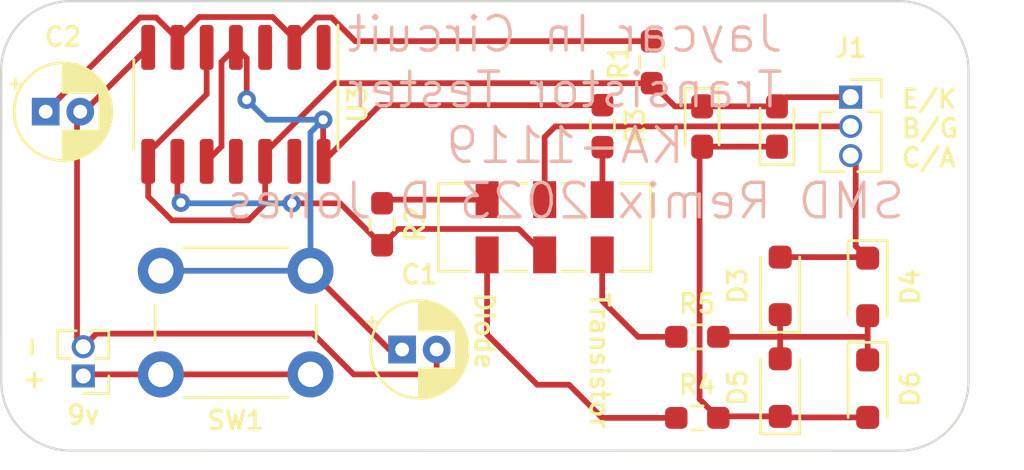
<source format=kicad_pcb>
(kicad_pcb (version 20221018) (generator pcbnew)
  (layers (0 "F.Cu" signal) (31 "B.Cu" signal) (34 "B.Paste" user) (35 "F.Paste" user) (36 "B.SilkS" user "B.Silkscreen") (37 "F.SilkS" user "F.Silkscreen") (38 "B.Mask" user) (39 "F.Mask" user) (44 "Edge.Cuts" user))
  (net 0 "")
  (net 1 "Net-(D1-K)")
  (net 2 "Net-(D1-A)")
  (net 3 "Net-(D3-K)")
  (net 4 "Net-(D3-A)")
  (net 5 "Net-(J1-Pin_2)")
  (net 6 "Net-(U3A-THR)")
  (net 7 "Net-(U3A-R)")
  (net 10 "Net-(BT1--)")
  (net 13 "Net-(BT1-+)")
  (net 14 "Net-(SW2B-A)")
  (net 15 "Net-(SW2A-B)")
  (net 16 "Net-(SW2B-C)")
  (net 17 "Net-(SW2A-C)")
  (net 18 "Net-(SW2A-A)")
  (footprint "Diode_SMD:D_SOD-323_HandSoldering" (layer "F.Cu") (at 198.34 96.6025 -90)
    (fp_text reference "D4" (at 0 -1.85 90 unlocked) (layer "F.SilkS") (effects (font (size 0.8 0.8))))
    (fp_text value "1N4148")
    (fp_line (start -2.01 -0.85) (end -2.01 0.85) (stroke (width 0.12)) (layer "F.SilkS"))
    (fp_line (start -2.01 -0.85) (end 1.25 -0.85) (stroke (width 0.12)) (layer "F.SilkS"))
    (fp_line (start -2.01 0.85) (end 1.25 0.85) (stroke (width 0.12)) (layer "F.SilkS"))
    (pad "1" smd roundrect (at -1.25 0 270) (size 1 1) (layers "F.Cu" "F.Paste" "F.Mask") (net 4 "Net-(D3-A)"))
    (pad "2" smd roundrect (at 1.25 0 270) (size 1 1) (layers "F.Cu" "F.Paste" "F.Mask") (net 3 "Net-(D3-K)"))
  )
  (footprint "Button_Switch_THT:SW_PUSH_6mm" (layer "F.Cu") (at 174.14 100.4 180)
    (fp_text reference "SW1" (at 3.25 -2 unlocked) (layer "F.SilkS") (effects (font (size 0.8 0.8))))
    (fp_text value "SW_PUSH")
    (fp_line (start -0.25 1.5) (end -0.25 3) (stroke (width 0.12)) (layer "F.SilkS"))
    (fp_line (start 1 5.5) (end 5.5 5.5) (stroke (width 0.12)) (layer "F.SilkS"))
    (fp_line (start 5.5 -1) (end 1 -1) (stroke (width 0.12)) (layer "F.SilkS"))
    (fp_line (start 6.75 3) (end 6.75 1.5) (stroke (width 0.12)) (layer "F.SilkS"))
    (pad "1" thru_hole circle (at 0 0 270) (size 2 2) (drill 1.1) (layers "*.Cu" "*.Mask") (net 13 "Net-(BT1-+)"))
    (pad "1" thru_hole circle (at 6.5 0 270) (size 2 2) (drill 1.1) (layers "*.Cu" "*.Mask") (net 13 "Net-(BT1-+)"))
    (pad "2" thru_hole circle (at 0 4.5 270) (size 2 2) (drill 1.1) (layers "*.Cu" "*.Mask") (net 7 "Net-(U3A-R)"))
    (pad "2" thru_hole circle (at 6.5 4.5 270) (size 2 2) (drill 1.1) (layers "*.Cu" "*.Mask") (net 7 "Net-(U3A-R)"))
  )
  (footprint "Resistor_SMD:R_0603_1608Metric_Pad0.98x0.95mm_HandSolder" (layer "F.Cu") (at 190.94 98.77)
    (fp_text reference "R5" (at 0 -1.43 unlocked) (layer "F.SilkS") (effects (font (size 0.8 0.8))))
    (fp_text value "150")
    (fp_line (start -0.254724 -0.5225) (end 0.254724 -0.5225) (stroke (width 0.12)) (layer "F.SilkS"))
    (fp_line (start -0.254724 0.5225) (end 0.254724 0.5225) (stroke (width 0.12)) (layer "F.SilkS"))
    (pad "1" smd roundrect (at -0.9125 0) (size 0.975 0.95) (layers "F.Cu" "F.Paste" "F.Mask") (net 18 "Net-(SW2A-A)"))
    (pad "2" smd roundrect (at 0.9125 0) (size 0.975 0.95) (layers "F.Cu" "F.Paste" "F.Mask") (net 3 "Net-(D3-K)"))
  )
  (footprint "Connector_PinSocket_1.27mm:PinSocket_1x03_P1.27mm_Vertical" (layer "F.Cu") (at 197.6 88.36)
    (fp_text reference "J1" (at 0 -2.135 unlocked) (layer "F.SilkS") (effects (font (size 0.8 0.8))))
    (fp_text value "Conn_01x03_Socket")
    (fp_line (start -1.33 0.635) (end -1.33 3.235) (stroke (width 0.12)) (layer "F.SilkS"))
    (fp_line (start -1.33 0.635) (end -0.76 0.635) (stroke (width 0.12)) (layer "F.SilkS"))
    (fp_line (start -1.33 3.235) (end -0.30753 3.235) (stroke (width 0.12)) (layer "F.SilkS"))
    (fp_line (start 0 -0.76) (end 1.33 -0.76) (stroke (width 0.12)) (layer "F.SilkS"))
    (fp_line (start 0.30753 3.235) (end 1.33 3.235) (stroke (width 0.12)) (layer "F.SilkS"))
    (fp_line (start 0.76 0.635) (end 1.33 0.635) (stroke (width 0.12)) (layer "F.SilkS"))
    (fp_line (start 1.33 -0.76) (end 1.33 0) (stroke (width 0.12)) (layer "F.SilkS"))
    (fp_line (start 1.33 0.635) (end 1.33 3.235) (stroke (width 0.12)) (layer "F.SilkS"))
    (pad "1" thru_hole rect (at 0 0) (size 1 1) (drill 0.7) (layers "*.Cu" "*.Mask") (net 1 "Net-(D1-K)"))
    (pad "2" thru_hole oval (at 0 1.27) (size 1 1) (drill 0.7) (layers "*.Cu" "*.Mask") (net 5 "Net-(J1-Pin_2)"))
    (pad "3" thru_hole oval (at 0 2.54) (size 1 1) (drill 0.7) (layers "*.Cu" "*.Mask") (net 4 "Net-(D3-A)"))
  )
  (footprint "LED_SMD:LED_0603_1608Metric_Pad1.05x0.95mm_HandSolder" (layer "F.Cu") (at 194.4 89.635 90)
    (fp_text reference "D2" hide)
    (fp_text value "LED")
    (fp_line (start -1.66 -0.735) (end -1.66 0.735) (stroke (width 0.12)) (layer "F.SilkS"))
    (fp_line (start -1.66 0.735) (end 0.8 0.735) (stroke (width 0.12)) (layer "F.SilkS"))
    (fp_line (start 0.8 -0.735) (end -1.66 -0.735) (stroke (width 0.12)) (layer "F.SilkS"))
    (pad "1" smd roundrect (at -0.875 0 90) (size 1.05 0.95) (layers "F.Cu" "F.Paste" "F.Mask") (net 2 "Net-(D1-A)"))
    (pad "2" smd roundrect (at 0.875 0 90) (size 1.05 0.95) (layers "F.Cu" "F.Paste" "F.Mask") (net 1 "Net-(D1-K)"))
  )
  (footprint "LED_SMD:LED_0603_1608Metric_Pad1.05x0.95mm_HandSolder" (layer "F.Cu") (at 191.15 89.635 -90)
    (fp_text reference "D1" hide)
    (fp_text value "LED")
    (fp_line (start -1.66 -0.735) (end -1.66 0.735) (stroke (width 0.12)) (layer "F.SilkS"))
    (fp_line (start -1.66 0.735) (end 0.8 0.735) (stroke (width 0.12)) (layer "F.SilkS"))
    (fp_line (start 0.8 -0.735) (end -1.66 -0.735) (stroke (width 0.12)) (layer "F.SilkS"))
    (pad "1" smd roundrect (at -0.875 0 270) (size 1.05 0.95) (layers "F.Cu" "F.Paste" "F.Mask") (net 1 "Net-(D1-K)"))
    (pad "2" smd roundrect (at 0.875 0 270) (size 1.05 0.95) (layers "F.Cu" "F.Paste" "F.Mask") (net 2 "Net-(D1-A)"))
  )
  (footprint "Capacitor_THT:CP_Radial_D4.0mm_P1.50mm" (layer "F.Cu") (at 162.64 88.99)
    (fp_text reference "C2" (at 0.75 -3.25 unlocked) (layer "F.SilkS") (effects (font (size 0.8 0.8))))
    (fp_text value "c=\"1\"")
    (fp_line (start -1.519801 -1.195) (end -1.119801 -1.195) (stroke (width 0.12)) (layer "F.SilkS"))
    (fp_line (start -1.319801 -1.395) (end -1.319801 -0.995) (stroke (width 0.12)) (layer "F.SilkS"))
    (fp_line (start 0.75 -2.08) (end 0.75 -0.84) (stroke (width 0.12)) (layer "F.SilkS"))
    (fp_line (start 0.75 0.84) (end 0.75 2.08) (stroke (width 0.12)) (layer "F.SilkS"))
    (fp_line (start 0.79 -2.08) (end 0.79 -0.84) (stroke (width 0.12)) (layer "F.SilkS"))
    (fp_line (start 0.79 0.84) (end 0.79 2.08) (stroke (width 0.12)) (layer "F.SilkS"))
    (fp_line (start 0.83 -2.079) (end 0.83 -0.84) (stroke (width 0.12)) (layer "F.SilkS"))
    (fp_line (start 0.83 0.84) (end 0.83 2.079) (stroke (width 0.12)) (layer "F.SilkS"))
    (fp_line (start 0.87 -2.077) (end 0.87 -0.84) (stroke (width 0.12)) (layer "F.SilkS"))
    (fp_line (start 0.87 0.84) (end 0.87 2.077) (stroke (width 0.12)) (layer "F.SilkS"))
    (fp_line (start 0.91 -2.074) (end 0.91 -0.84) (stroke (width 0.12)) (layer "F.SilkS"))
    (fp_line (start 0.91 0.84) (end 0.91 2.074) (stroke (width 0.12)) (layer "F.SilkS"))
    (fp_line (start 0.95 -2.071) (end 0.95 -0.84) (stroke (width 0.12)) (layer "F.SilkS"))
    (fp_line (start 0.95 0.84) (end 0.95 2.071) (stroke (width 0.12)) (layer "F.SilkS"))
    (fp_line (start 0.99 -2.067) (end 0.99 -0.84) (stroke (width 0.12)) (layer "F.SilkS"))
    (fp_line (start 0.99 0.84) (end 0.99 2.067) (stroke (width 0.12)) (layer "F.SilkS"))
    (fp_line (start 1.03 -2.062) (end 1.03 -0.84) (stroke (width 0.12)) (layer "F.SilkS"))
    (fp_line (start 1.03 0.84) (end 1.03 2.062) (stroke (width 0.12)) (layer "F.SilkS"))
    (fp_line (start 1.07 -2.056) (end 1.07 -0.84) (stroke (width 0.12)) (layer "F.SilkS"))
    (fp_line (start 1.07 0.84) (end 1.07 2.056) (stroke (width 0.12)) (layer "F.SilkS"))
    (fp_line (start 1.11 -2.05) (end 1.11 -0.84) (stroke (width 0.12)) (layer "F.SilkS"))
    (fp_line (start 1.11 0.84) (end 1.11 2.05) (stroke (width 0.12)) (layer "F.SilkS"))
    (fp_line (start 1.15 -2.042) (end 1.15 -0.84) (stroke (width 0.12)) (layer "F.SilkS"))
    (fp_line (start 1.15 0.84) (end 1.15 2.042) (stroke (width 0.12)) (layer "F.SilkS"))
    (fp_line (start 1.19 -2.034) (end 1.19 -0.84) (stroke (width 0.12)) (layer "F.SilkS"))
    (fp_line (start 1.19 0.84) (end 1.19 2.034) (stroke (width 0.12)) (layer "F.SilkS"))
    (fp_line (start 1.23 -2.025) (end 1.23 -0.84) (stroke (width 0.12)) (layer "F.SilkS"))
    (fp_line (start 1.23 0.84) (end 1.23 2.025) (stroke (width 0.12)) (layer "F.SilkS"))
    (fp_line (start 1.27 -2.016) (end 1.27 -0.84) (stroke (width 0.12)) (layer "F.SilkS"))
    (fp_line (start 1.27 0.84) (end 1.27 2.016) (stroke (width 0.12)) (layer "F.SilkS"))
    (fp_line (start 1.31 -2.005) (end 1.31 -0.84) (stroke (width 0.12)) (layer "F.SilkS"))
    (fp_line (start 1.31 0.84) (end 1.31 2.005) (stroke (width 0.12)) (layer "F.SilkS"))
    (fp_line (start 1.35 -1.994) (end 1.35 -0.84) (stroke (width 0.12)) (layer "F.SilkS"))
    (fp_line (start 1.35 0.84) (end 1.35 1.994) (stroke (width 0.12)) (layer "F.SilkS"))
    (fp_line (start 1.39 -1.982) (end 1.39 -0.84) (stroke (width 0.12)) (layer "F.SilkS"))
    (fp_line (start 1.39 0.84) (end 1.39 1.982) (stroke (width 0.12)) (layer "F.SilkS"))
    (fp_line (start 1.43 -1.968) (end 1.43 -0.84) (stroke (width 0.12)) (layer "F.SilkS"))
    (fp_line (start 1.43 0.84) (end 1.43 1.968) (stroke (width 0.12)) (layer "F.SilkS"))
    (fp_line (start 1.471 -1.954) (end 1.471 -0.84) (stroke (width 0.12)) (layer "F.SilkS"))
    (fp_line (start 1.471 0.84) (end 1.471 1.954) (stroke (width 0.12)) (layer "F.SilkS"))
    (fp_line (start 1.511 -1.94) (end 1.511 -0.84) (stroke (width 0.12)) (layer "F.SilkS"))
    (fp_line (start 1.511 0.84) (end 1.511 1.94) (stroke (width 0.12)) (layer "F.SilkS"))
    (fp_line (start 1.551 -1.924) (end 1.551 -0.84) (stroke (width 0.12)) (layer "F.SilkS"))
    (fp_line (start 1.551 0.84) (end 1.551 1.924) (stroke (width 0.12)) (layer "F.SilkS"))
    (fp_line (start 1.591 -1.907) (end 1.591 -0.84) (stroke (width 0.12)) (layer "F.SilkS"))
    (fp_line (start 1.591 0.84) (end 1.591 1.907) (stroke (width 0.12)) (layer "F.SilkS"))
    (fp_line (start 1.631 -1.889) (end 1.631 -0.84) (stroke (width 0.12)) (layer "F.SilkS"))
    (fp_line (start 1.631 0.84) (end 1.631 1.889) (stroke (width 0.12)) (layer "F.SilkS"))
    (fp_line (start 1.671 -1.87) (end 1.671 -0.84) (stroke (width 0.12)) (layer "F.SilkS"))
    (fp_line (start 1.671 0.84) (end 1.671 1.87) (stroke (width 0.12)) (layer "F.SilkS"))
    (fp_line (start 1.711 -1.851) (end 1.711 -0.84) (stroke (width 0.12)) (layer "F.SilkS"))
    (fp_line (start 1.711 0.84) (end 1.711 1.851) (stroke (width 0.12)) (layer "F.SilkS"))
    (fp_line (start 1.751 -1.83) (end 1.751 -0.84) (stroke (width 0.12)) (layer "F.SilkS"))
    (fp_line (start 1.751 0.84) (end 1.751 1.83) (stroke (width 0.12)) (layer "F.SilkS"))
    (fp_line (start 1.791 -1.808) (end 1.791 -0.84) (stroke (width 0.12)) (layer "F.SilkS"))
    (fp_line (start 1.791 0.84) (end 1.791 1.808) (stroke (width 0.12)) (layer "F.SilkS"))
    (fp_line (start 1.831 -1.785) (end 1.831 -0.84) (stroke (width 0.12)) (layer "F.SilkS"))
    (fp_line (start 1.831 0.84) (end 1.831 1.785) (stroke (width 0.12)) (layer "F.SilkS"))
    (fp_line (start 1.871 -1.76) (end 1.871 -0.84) (stroke (width 0.12)) (layer "F.SilkS"))
    (fp_line (start 1.871 0.84) (end 1.871 1.76) (stroke (width 0.12)) (layer "F.SilkS"))
    (fp_line (start 1.911 -1.735) (end 1.911 -0.84) (stroke (width 0.12)) (layer "F.SilkS"))
    (fp_line (start 1.911 0.84) (end 1.911 1.735) (stroke (width 0.12)) (layer "F.SilkS"))
    (fp_line (start 1.951 -1.708) (end 1.951 -0.84) (stroke (width 0.12)) (layer "F.SilkS"))
    (fp_line (start 1.951 0.84) (end 1.951 1.708) (stroke (width 0.12)) (layer "F.SilkS"))
    (fp_line (start 1.991 -1.68) (end 1.991 -0.84) (stroke (width 0.12)) (layer "F.SilkS"))
    (fp_line (start 1.991 0.84) (end 1.991 1.68) (stroke (width 0.12)) (layer "F.SilkS"))
    (fp_line (start 2.031 -1.65) (end 2.031 -0.84) (stroke (width 0.12)) (layer "F.SilkS"))
    (fp_line (start 2.031 0.84) (end 2.031 1.65) (stroke (width 0.12)) (layer "F.SilkS"))
    (fp_line (start 2.071 -1.619) (end 2.071 -0.84) (stroke (width 0.12)) (layer "F.SilkS"))
    (fp_line (start 2.071 0.84) (end 2.071 1.619) (stroke (width 0.12)) (layer "F.SilkS"))
    (fp_line (start 2.111 -1.587) (end 2.111 -0.84) (stroke (width 0.12)) (layer "F.SilkS"))
    (fp_line (start 2.111 0.84) (end 2.111 1.587) (stroke (width 0.12)) (layer "F.SilkS"))
    (fp_line (start 2.151 -1.552) (end 2.151 -0.84) (stroke (width 0.12)) (layer "F.SilkS"))
    (fp_line (start 2.151 0.84) (end 2.151 1.552) (stroke (width 0.12)) (layer "F.SilkS"))
    (fp_line (start 2.191 -1.516) (end 2.191 -0.84) (stroke (width 0.12)) (layer "F.SilkS"))
    (fp_line (start 2.191 0.84) (end 2.191 1.516) (stroke (width 0.12)) (layer "F.SilkS"))
    (fp_line (start 2.231 -1.478) (end 2.231 -0.84) (stroke (width 0.12)) (layer "F.SilkS"))
    (fp_line (start 2.231 0.84) (end 2.231 1.478) (stroke (width 0.12)) (layer "F.SilkS"))
    (fp_line (start 2.271 -1.438) (end 2.271 -0.84) (stroke (width 0.12)) (layer "F.SilkS"))
    (fp_line (start 2.271 0.84) (end 2.271 1.438) (stroke (width 0.12)) (layer "F.SilkS"))
    (fp_line (start 2.311 -1.396) (end 2.311 -0.84) (stroke (width 0.12)) (layer "F.SilkS"))
    (fp_line (start 2.311 0.84) (end 2.311 1.396) (stroke (width 0.12)) (layer "F.SilkS"))
    (fp_line (start 2.351 -1.351) (end 2.351 1.351) (stroke (width 0.12)) (layer "F.SilkS"))
    (fp_line (start 2.391 -1.304) (end 2.391 1.304) (stroke (width 0.12)) (layer "F.SilkS"))
    (fp_line (start 2.431 -1.254) (end 2.431 1.254) (stroke (width 0.12)) (layer "F.SilkS"))
    (fp_line (start 2.471 -1.2) (end 2.471 1.2) (stroke (width 0.12)) (layer "F.SilkS"))
    (fp_line (start 2.511 -1.142) (end 2.511 1.142) (stroke (width 0.12)) (layer "F.SilkS"))
    (fp_line (start 2.551 -1.08) (end 2.551 1.08) (stroke (width 0.12)) (layer "F.SilkS"))
    (fp_line (start 2.591 -1.013) (end 2.591 1.013) (stroke (width 0.12)) (layer "F.SilkS"))
    (fp_line (start 2.631 -0.94) (end 2.631 0.94) (stroke (width 0.12)) (layer "F.SilkS"))
    (fp_line (start 2.671 -0.859) (end 2.671 0.859) (stroke (width 0.12)) (layer "F.SilkS"))
    (fp_line (start 2.711 -0.768) (end 2.711 0.768) (stroke (width 0.12)) (layer "F.SilkS"))
    (fp_line (start 2.751 -0.664) (end 2.751 0.664) (stroke (width 0.12)) (layer "F.SilkS"))
    (fp_line (start 2.791 -0.537) (end 2.791 0.537) (stroke (width 0.12)) (layer "F.SilkS"))
    (fp_line (start 2.831 -0.37) (end 2.831 0.37) (stroke (width 0.12)) (layer "F.SilkS"))
    (fp_circle (center 0.75 0) (end 2.87 0) (stroke (width 0.12)) (fill none) (layer "F.SilkS"))
    (pad "1" thru_hole rect (at 0 0) (size 1.2 1.2) (drill 0.6) (layers "*.Cu" "*.Mask") (net 6 "Net-(U3A-THR)"))
    (pad "2" thru_hole circle (at 1.5 0) (size 1.2 1.2) (drill 0.6) (layers "*.Cu" "*.Mask") (net 10 "Net-(BT1--)"))
  )
  (footprint "Diode_SMD:D_SOD-323_HandSoldering" (layer "F.Cu") (at 194.54 100.975 90)
    (fp_text reference "D5" (at 0 -1.85 90 unlocked) (layer "F.SilkS") (effects (font (size 0.8 0.8))))
    (fp_text value "1N4148")
    (fp_line (start -2.01 -0.85) (end -2.01 0.85) (stroke (width 0.12)) (layer "F.SilkS"))
    (fp_line (start -2.01 -0.85) (end 1.25 -0.85) (stroke (width 0.12)) (layer "F.SilkS"))
    (fp_line (start -2.01 0.85) (end 1.25 0.85) (stroke (width 0.12)) (layer "F.SilkS"))
    (pad "1" smd roundrect (at -1.25 0 90) (size 1 1) (layers "F.Cu" "F.Paste" "F.Mask") (net 2 "Net-(D1-A)"))
    (pad "2" smd roundrect (at 1.25 0 90) (size 1 1) (layers "F.Cu" "F.Paste" "F.Mask") (net 3 "Net-(D3-K)"))
  )
  (footprint "Resistor_SMD:R_0603_1608Metric_Pad0.98x0.95mm_HandSolder" (layer "F.Cu") (at 190.94 102.29)
    (fp_text reference "R4" (at 0 -1.43 unlocked) (layer "F.SilkS") (effects (font (size 0.8 0.8))))
    (fp_text value "470")
    (fp_line (start -0.254724 -0.5225) (end 0.254724 -0.5225) (stroke (width 0.12)) (layer "F.SilkS"))
    (fp_line (start -0.254724 0.5225) (end 0.254724 0.5225) (stroke (width 0.12)) (layer "F.SilkS"))
    (pad "1" smd roundrect (at -0.9125 0) (size 0.975 0.95) (layers "F.Cu" "F.Paste" "F.Mask") (net 17 "Net-(SW2A-C)"))
    (pad "2" smd roundrect (at 0.9125 0) (size 0.975 0.95) (layers "F.Cu" "F.Paste" "F.Mask") (net 2 "Net-(D1-A)"))
  )
  (footprint "Diode_SMD:D_SOD-323_HandSoldering" (layer "F.Cu") (at 194.54 96.5575 90)
    (fp_text reference "D3" (at 0 -1.85 90 unlocked) (layer "F.SilkS") (effects (font (size 0.8 0.8))))
    (fp_text value "1N4148")
    (fp_line (start -2.01 -0.85) (end -2.01 0.85) (stroke (width 0.12)) (layer "F.SilkS"))
    (fp_line (start -2.01 -0.85) (end 1.25 -0.85) (stroke (width 0.12)) (layer "F.SilkS"))
    (fp_line (start -2.01 0.85) (end 1.25 0.85) (stroke (width 0.12)) (layer "F.SilkS"))
    (pad "1" smd roundrect (at -1.25 0 90) (size 1 1) (layers "F.Cu" "F.Paste" "F.Mask") (net 3 "Net-(D3-K)"))
    (pad "2" smd roundrect (at 1.25 0 90) (size 1 1) (layers "F.Cu" "F.Paste" "F.Mask") (net 4 "Net-(D3-A)"))
  )
  (footprint "Package_SO:SOIC-14_3.9x8.7mm_P1.27mm" (layer "F.Cu") (at 170.9 88.675 -90)
    (fp_text reference "U3" (at 0 -5.28 90 unlocked) (layer "F.SilkS") (effects (font (size 0.8 0.8))))
    (fp_text value "NA556")
    (fp_line (start 0 -4.435) (end -3.45 -4.435) (stroke (width 0.12)) (layer "F.SilkS"))
    (fp_line (start 0 -4.435) (end 1.95 -4.435) (stroke (width 0.12)) (layer "F.SilkS"))
    (fp_line (start 0 4.435) (end -1.95 4.435) (stroke (width 0.12)) (layer "F.SilkS"))
    (fp_line (start 0 4.435) (end 1.95 4.435) (stroke (width 0.12)) (layer "F.SilkS"))
    (pad "1" smd roundrect (at -2.475 -3.81 270) (size 1.95 0.6) (layers "F.Cu" "F.Paste" "F.Mask"))
    (pad "2" smd roundrect (at -2.475 -2.54 270) (size 1.95 0.6) (layers "F.Cu" "F.Paste" "F.Mask") (net 6 "Net-(U3A-THR)"))
    (pad "3" smd roundrect (at -2.475 -1.27 270) (size 1.95 0.6) (layers "F.Cu" "F.Paste" "F.Mask"))
    (pad "4" smd roundrect (at -2.475 0 270) (size 1.95 0.6) (layers "F.Cu" "F.Paste" "F.Mask") (net 7 "Net-(U3A-R)"))
    (pad "5" smd roundrect (at -2.475 1.27 270) (size 1.95 0.6) (layers "F.Cu" "F.Paste" "F.Mask") (net 1 "Net-(D1-K)"))
    (pad "6" smd roundrect (at -2.475 2.54 270) (size 1.95 0.6) (layers "F.Cu" "F.Paste" "F.Mask") (net 6 "Net-(U3A-THR)"))
    (pad "7" smd roundrect (at -2.475 3.81 270) (size 1.95 0.6) (layers "F.Cu" "F.Paste" "F.Mask") (net 10 "Net-(BT1--)"))
    (pad "8" smd roundrect (at 2.475 3.81 270) (size 1.95 0.6) (layers "F.Cu" "F.Paste" "F.Mask") (net 1 "Net-(D1-K)"))
    (pad "9" smd roundrect (at 2.475 2.54 270) (size 1.95 0.6) (layers "F.Cu" "F.Paste" "F.Mask") (net 15 "Net-(SW2A-B)"))
    (pad "10" smd roundrect (at 2.475 1.27 270) (size 1.95 0.6) (layers "F.Cu" "F.Paste" "F.Mask") (net 7 "Net-(U3A-R)"))
    (pad "11" smd roundrect (at 2.475 0 270) (size 1.95 0.6) (layers "F.Cu" "F.Paste" "F.Mask"))
    (pad "12" smd roundrect (at 2.475 -1.27 270) (size 1.95 0.6) (layers "F.Cu" "F.Paste" "F.Mask") (net 1 "Net-(D1-K)"))
    (pad "13" smd roundrect (at 2.475 -2.54 270) (size 1.95 0.6) (layers "F.Cu" "F.Paste" "F.Mask"))
    (pad "14" smd roundrect (at 2.475 -3.81 270) (size 1.95 0.6) (layers "F.Cu" "F.Paste" "F.Mask") (net 7 "Net-(U3A-R)"))
  )
  (footprint "Capacitor_THT:CP_Radial_D4.0mm_P1.50mm" (layer "F.Cu") (at 178.12 99.32)
    (fp_text reference "C1" (at 0.75 -3.25 unlocked) (layer "F.SilkS") (effects (font (size 0.8 0.8))))
    (fp_text value "c=\"10\"")
    (fp_line (start -1.519801 -1.195) (end -1.119801 -1.195) (stroke (width 0.12)) (layer "F.SilkS"))
    (fp_line (start -1.319801 -1.395) (end -1.319801 -0.995) (stroke (width 0.12)) (layer "F.SilkS"))
    (fp_line (start 0.75 -2.08) (end 0.75 -0.84) (stroke (width 0.12)) (layer "F.SilkS"))
    (fp_line (start 0.75 0.84) (end 0.75 2.08) (stroke (width 0.12)) (layer "F.SilkS"))
    (fp_line (start 0.79 -2.08) (end 0.79 -0.84) (stroke (width 0.12)) (layer "F.SilkS"))
    (fp_line (start 0.79 0.84) (end 0.79 2.08) (stroke (width 0.12)) (layer "F.SilkS"))
    (fp_line (start 0.83 -2.079) (end 0.83 -0.84) (stroke (width 0.12)) (layer "F.SilkS"))
    (fp_line (start 0.83 0.84) (end 0.83 2.079) (stroke (width 0.12)) (layer "F.SilkS"))
    (fp_line (start 0.87 -2.077) (end 0.87 -0.84) (stroke (width 0.12)) (layer "F.SilkS"))
    (fp_line (start 0.87 0.84) (end 0.87 2.077) (stroke (width 0.12)) (layer "F.SilkS"))
    (fp_line (start 0.91 -2.074) (end 0.91 -0.84) (stroke (width 0.12)) (layer "F.SilkS"))
    (fp_line (start 0.91 0.84) (end 0.91 2.074) (stroke (width 0.12)) (layer "F.SilkS"))
    (fp_line (start 0.95 -2.071) (end 0.95 -0.84) (stroke (width 0.12)) (layer "F.SilkS"))
    (fp_line (start 0.95 0.84) (end 0.95 2.071) (stroke (width 0.12)) (layer "F.SilkS"))
    (fp_line (start 0.99 -2.067) (end 0.99 -0.84) (stroke (width 0.12)) (layer "F.SilkS"))
    (fp_line (start 0.99 0.84) (end 0.99 2.067) (stroke (width 0.12)) (layer "F.SilkS"))
    (fp_line (start 1.03 -2.062) (end 1.03 -0.84) (stroke (width 0.12)) (layer "F.SilkS"))
    (fp_line (start 1.03 0.84) (end 1.03 2.062) (stroke (width 0.12)) (layer "F.SilkS"))
    (fp_line (start 1.07 -2.056) (end 1.07 -0.84) (stroke (width 0.12)) (layer "F.SilkS"))
    (fp_line (start 1.07 0.84) (end 1.07 2.056) (stroke (width 0.12)) (layer "F.SilkS"))
    (fp_line (start 1.11 -2.05) (end 1.11 -0.84) (stroke (width 0.12)) (layer "F.SilkS"))
    (fp_line (start 1.11 0.84) (end 1.11 2.05) (stroke (width 0.12)) (layer "F.SilkS"))
    (fp_line (start 1.15 -2.042) (end 1.15 -0.84) (stroke (width 0.12)) (layer "F.SilkS"))
    (fp_line (start 1.15 0.84) (end 1.15 2.042) (stroke (width 0.12)) (layer "F.SilkS"))
    (fp_line (start 1.19 -2.034) (end 1.19 -0.84) (stroke (width 0.12)) (layer "F.SilkS"))
    (fp_line (start 1.19 0.84) (end 1.19 2.034) (stroke (width 0.12)) (layer "F.SilkS"))
    (fp_line (start 1.23 -2.025) (end 1.23 -0.84) (stroke (width 0.12)) (layer "F.SilkS"))
    (fp_line (start 1.23 0.84) (end 1.23 2.025) (stroke (width 0.12)) (layer "F.SilkS"))
    (fp_line (start 1.27 -2.016) (end 1.27 -0.84) (stroke (width 0.12)) (layer "F.SilkS"))
    (fp_line (start 1.27 0.84) (end 1.27 2.016) (stroke (width 0.12)) (layer "F.SilkS"))
    (fp_line (start 1.31 -2.005) (end 1.31 -0.84) (stroke (width 0.12)) (layer "F.SilkS"))
    (fp_line (start 1.31 0.84) (end 1.31 2.005) (stroke (width 0.12)) (layer "F.SilkS"))
    (fp_line (start 1.35 -1.994) (end 1.35 -0.84) (stroke (width 0.12)) (layer "F.SilkS"))
    (fp_line (start 1.35 0.84) (end 1.35 1.994) (stroke (width 0.12)) (layer "F.SilkS"))
    (fp_line (start 1.39 -1.982) (end 1.39 -0.84) (stroke (width 0.12)) (layer "F.SilkS"))
    (fp_line (start 1.39 0.84) (end 1.39 1.982) (stroke (width 0.12)) (layer "F.SilkS"))
    (fp_line (start 1.43 -1.968) (end 1.43 -0.84) (stroke (width 0.12)) (layer "F.SilkS"))
    (fp_line (start 1.43 0.84) (end 1.43 1.968) (stroke (width 0.12)) (layer "F.SilkS"))
    (fp_line (start 1.471 -1.954) (end 1.471 -0.84) (stroke (width 0.12)) (layer "F.SilkS"))
    (fp_line (start 1.471 0.84) (end 1.471 1.954) (stroke (width 0.12)) (layer "F.SilkS"))
    (fp_line (start 1.511 -1.94) (end 1.511 -0.84) (stroke (width 0.12)) (layer "F.SilkS"))
    (fp_line (start 1.511 0.84) (end 1.511 1.94) (stroke (width 0.12)) (layer "F.SilkS"))
    (fp_line (start 1.551 -1.924) (end 1.551 -0.84) (stroke (width 0.12)) (layer "F.SilkS"))
    (fp_line (start 1.551 0.84) (end 1.551 1.924) (stroke (width 0.12)) (layer "F.SilkS"))
    (fp_line (start 1.591 -1.907) (end 1.591 -0.84) (stroke (width 0.12)) (layer "F.SilkS"))
    (fp_line (start 1.591 0.84) (end 1.591 1.907) (stroke (width 0.12)) (layer "F.SilkS"))
    (fp_line (start 1.631 -1.889) (end 1.631 -0.84) (stroke (width 0.12)) (layer "F.SilkS"))
    (fp_line (start 1.631 0.84) (end 1.631 1.889) (stroke (width 0.12)) (layer "F.SilkS"))
    (fp_line (start 1.671 -1.87) (end 1.671 -0.84) (stroke (width 0.12)) (layer "F.SilkS"))
    (fp_line (start 1.671 0.84) (end 1.671 1.87) (stroke (width 0.12)) (layer "F.SilkS"))
    (fp_line (start 1.711 -1.851) (end 1.711 -0.84) (stroke (width 0.12)) (layer "F.SilkS"))
    (fp_line (start 1.711 0.84) (end 1.711 1.851) (stroke (width 0.12)) (layer "F.SilkS"))
    (fp_line (start 1.751 -1.83) (end 1.751 -0.84) (stroke (width 0.12)) (layer "F.SilkS"))
    (fp_line (start 1.751 0.84) (end 1.751 1.83) (stroke (width 0.12)) (layer "F.SilkS"))
    (fp_line (start 1.791 -1.808) (end 1.791 -0.84) (stroke (width 0.12)) (layer "F.SilkS"))
    (fp_line (start 1.791 0.84) (end 1.791 1.808) (stroke (width 0.12)) (layer "F.SilkS"))
    (fp_line (start 1.831 -1.785) (end 1.831 -0.84) (stroke (width 0.12)) (layer "F.SilkS"))
    (fp_line (start 1.831 0.84) (end 1.831 1.785) (stroke (width 0.12)) (layer "F.SilkS"))
    (fp_line (start 1.871 -1.76) (end 1.871 -0.84) (stroke (width 0.12)) (layer "F.SilkS"))
    (fp_line (start 1.871 0.84) (end 1.871 1.76) (stroke (width 0.12)) (layer "F.SilkS"))
    (fp_line (start 1.911 -1.735) (end 1.911 -0.84) (stroke (width 0.12)) (layer "F.SilkS"))
    (fp_line (start 1.911 0.84) (end 1.911 1.735) (stroke (width 0.12)) (layer "F.SilkS"))
    (fp_line (start 1.951 -1.708) (end 1.951 -0.84) (stroke (width 0.12)) (layer "F.SilkS"))
    (fp_line (start 1.951 0.84) (end 1.951 1.708) (stroke (width 0.12)) (layer "F.SilkS"))
    (fp_line (start 1.991 -1.68) (end 1.991 -0.84) (stroke (width 0.12)) (layer "F.SilkS"))
    (fp_line (start 1.991 0.84) (end 1.991 1.68) (stroke (width 0.12)) (layer "F.SilkS"))
    (fp_line (start 2.031 -1.65) (end 2.031 -0.84) (stroke (width 0.12)) (layer "F.SilkS"))
    (fp_line (start 2.031 0.84) (end 2.031 1.65) (stroke (width 0.12)) (layer "F.SilkS"))
    (fp_line (start 2.071 -1.619) (end 2.071 -0.84) (stroke (width 0.12)) (layer "F.SilkS"))
    (fp_line (start 2.071 0.84) (end 2.071 1.619) (stroke (width 0.12)) (layer "F.SilkS"))
    (fp_line (start 2.111 -1.587) (end 2.111 -0.84) (stroke (width 0.12)) (layer "F.SilkS"))
    (fp_line (start 2.111 0.84) (end 2.111 1.587) (stroke (width 0.12)) (layer "F.SilkS"))
    (fp_line (start 2.151 -1.552) (end 2.151 -0.84) (stroke (width 0.12)) (layer "F.SilkS"))
    (fp_line (start 2.151 0.84) (end 2.151 1.552) (stroke (width 0.12)) (layer "F.SilkS"))
    (fp_line (start 2.191 -1.516) (end 2.191 -0.84) (stroke (width 0.12)) (layer "F.SilkS"))
    (fp_line (start 2.191 0.84) (end 2.191 1.516) (stroke (width 0.12)) (layer "F.SilkS"))
    (fp_line (start 2.231 -1.478) (end 2.231 -0.84) (stroke (width 0.12)) (layer "F.SilkS"))
    (fp_line (start 2.231 0.84) (end 2.231 1.478) (stroke (width 0.12)) (layer "F.SilkS"))
    (fp_line (start 2.271 -1.438) (end 2.271 -0.84) (stroke (width 0.12)) (layer "F.SilkS"))
    (fp_line (start 2.271 0.84) (end 2.271 1.438) (stroke (width 0.12)) (layer "F.SilkS"))
    (fp_line (start 2.311 -1.396) (end 2.311 -0.84) (stroke (width 0.12)) (layer "F.SilkS"))
    (fp_line (start 2.311 0.84) (end 2.311 1.396) (stroke (width 0.12)) (layer "F.SilkS"))
    (fp_line (start 2.351 -1.351) (end 2.351 1.351) (stroke (width 0.12)) (layer "F.SilkS"))
    (fp_line (start 2.391 -1.304) (end 2.391 1.304) (stroke (width 0.12)) (layer "F.SilkS"))
    (fp_line (start 2.431 -1.254) (end 2.431 1.254) (stroke (width 0.12)) (layer "F.SilkS"))
    (fp_line (start 2.471 -1.2) (end 2.471 1.2) (stroke (width 0.12)) (layer "F.SilkS"))
    (fp_line (start 2.511 -1.142) (end 2.511 1.142) (stroke (width 0.12)) (layer "F.SilkS"))
    (fp_line (start 2.551 -1.08) (end 2.551 1.08) (stroke (width 0.12)) (layer "F.SilkS"))
    (fp_line (start 2.591 -1.013) (end 2.591 1.013) (stroke (width 0.12)) (layer "F.SilkS"))
    (fp_line (start 2.631 -0.94) (end 2.631 0.94) (stroke (width 0.12)) (layer "F.SilkS"))
    (fp_line (start 2.671 -0.859) (end 2.671 0.859) (stroke (width 0.12)) (layer "F.SilkS"))
    (fp_line (start 2.711 -0.768) (end 2.711 0.768) (stroke (width 0.12)) (layer "F.SilkS"))
    (fp_line (start 2.751 -0.664) (end 2.751 0.664) (stroke (width 0.12)) (layer "F.SilkS"))
    (fp_line (start 2.791 -0.537) (end 2.791 0.537) (stroke (width 0.12)) (layer "F.SilkS"))
    (fp_line (start 2.831 -0.37) (end 2.831 0.37) (stroke (width 0.12)) (layer "F.SilkS"))
    (fp_circle (center 0.75 0) (end 2.87 0) (stroke (width 0.12)) (fill none) (layer "F.SilkS"))
    (pad "1" thru_hole rect (at 0 0) (size 1.2 1.2) (drill 0.6) (layers "*.Cu" "*.Mask") (net 7 "Net-(U3A-R)"))
    (pad "2" thru_hole circle (at 1.5 0) (size 1.2 1.2) (drill 0.6) (layers "*.Cu" "*.Mask") (net 10 "Net-(BT1--)"))
  )
  (footprint "Button_Switch_SMD:SW_DPDT_CK_JS202011JCQN" (layer "F.Cu") (at 184.31 94.01 180)
    (fp_text reference "SW2" hide)
    (fp_text value "SW_DPDT_x2")
    (fp_line (start -4.61 -1.91) (end -4.61 1.91) (stroke (width 0.12)) (layer "F.SilkS"))
    (fp_line (start -4.61 1.91) (end -3.26 1.91) (stroke (width 0.12)) (layer "F.SilkS"))
    (fp_line (start -3.26 -1.91) (end -4.61 -1.91) (stroke (width 0.12)) (layer "F.SilkS"))
    (fp_line (start -0.76 -1.91) (end -1.74 -1.91) (stroke (width 0.12)) (layer "F.SilkS"))
    (fp_line (start -0.76 1.91) (end -1.74 1.91) (stroke (width 0.12)) (layer "F.SilkS"))
    (fp_line (start 1.74 -1.91) (end 0.76 -1.91) (stroke (width 0.12)) (layer "F.SilkS"))
    (fp_line (start 1.74 1.91) (end 0.76 1.91) (stroke (width 0.12)) (layer "F.SilkS"))
    (fp_line (start 4.61 -1.91) (end 3.26 -1.91) (stroke (width 0.12)) (layer "F.SilkS"))
    (fp_line (start 4.61 -1.91) (end 4.61 1.91) (stroke (width 0.12)) (layer "F.SilkS"))
    (fp_line (start 4.61 1.91) (end 3.26 1.91) (stroke (width 0.12)) (layer "F.SilkS"))
    (pad "1" smd rect (at -2.5 -1.2 180) (size 1 1.6) (layers "F.Cu" "F.Paste" "F.Mask") (net 18 "Net-(SW2A-A)"))
    (pad "2" smd rect (at 0 -1.2 180) (size 1 1.6) (layers "F.Cu" "F.Paste" "F.Mask") (net 15 "Net-(SW2A-B)"))
    (pad "3" smd rect (at 2.5 -1.2 180) (size 1 1.6) (layers "F.Cu" "F.Paste" "F.Mask") (net 17 "Net-(SW2A-C)"))
    (pad "4" smd rect (at -2.5 1.2 180) (size 1 1.6) (layers "F.Cu" "F.Paste" "F.Mask") (net 14 "Net-(SW2B-A)"))
    (pad "5" smd rect (at 0 1.2 180) (size 1 1.6) (layers "F.Cu" "F.Paste" "F.Mask") (net 5 "Net-(J1-Pin_2)"))
    (pad "6" smd rect (at 2.5 1.2 180) (size 1 1.6) (layers "F.Cu" "F.Paste" "F.Mask") (net 16 "Net-(SW2B-C)"))
  )
  (footprint "Resistor_SMD:R_0603_1608Metric_Pad0.98x0.95mm_HandSolder" (layer "F.Cu") (at 177.25 93.88 -90)
    (fp_text reference "R2" (at 0 -1.43 90 unlocked) (layer "F.SilkS") (effects (font (size 0.8 0.8))))
    (fp_text value "470")
    (fp_line (start -0.254724 -0.5225) (end 0.254724 -0.5225) (stroke (width 0.12)) (layer "F.SilkS"))
    (fp_line (start -0.254724 0.5225) (end 0.254724 0.5225) (stroke (width 0.12)) (layer "F.SilkS"))
    (pad "1" smd roundrect (at -0.9125 0 270) (size 0.975 0.95) (layers "F.Cu" "F.Paste" "F.Mask") (net 16 "Net-(SW2B-C)"))
    (pad "2" smd roundrect (at 0.9125 0 270) (size 0.975 0.95) (layers "F.Cu" "F.Paste" "F.Mask") (net 15 "Net-(SW2A-B)"))
  )
  (footprint "Resistor_SMD:R_0603_1608Metric_Pad0.98x0.95mm_HandSolder" (layer "F.Cu") (at 186.82 89.62 -90)
    (fp_text reference "R3" (at 0 -1.43 90 unlocked) (layer "F.SilkS") (effects (font (size 0.8 0.8))))
    (fp_text value "100")
    (fp_line (start -0.254724 -0.5225) (end 0.254724 -0.5225) (stroke (width 0.12)) (layer "F.SilkS"))
    (fp_line (start -0.254724 0.5225) (end 0.254724 0.5225) (stroke (width 0.12)) (layer "F.SilkS"))
    (pad "1" smd roundrect (at -0.9125 0 270) (size 0.975 0.95) (layers "F.Cu" "F.Paste" "F.Mask") (net 7 "Net-(U3A-R)"))
    (pad "2" smd roundrect (at 0.9125 0 270) (size 0.975 0.95) (layers "F.Cu" "F.Paste" "F.Mask") (net 14 "Net-(SW2B-A)"))
  )
  (footprint "Connector_PinHeader_1.27mm:PinHeader_1x02_P1.27mm_Vertical" (layer "F.Cu") (at 164.27 100.47 180)
    (fp_text reference "9v" (at 0 -1.695 unlocked) (layer "F.SilkS") (effects (font (size 0.8 0.8))))
    (fp_text value "9v")
    (fp_line (start -1.11 -0.76) (end 0 -0.76) (stroke (width 0.12)) (layer "F.SilkS"))
    (fp_line (start -1.11 0) (end -1.11 -0.76) (stroke (width 0.12)) (layer "F.SilkS"))
    (fp_line (start -1.11 0.76) (end -1.11 1.965) (stroke (width 0.12)) (layer "F.SilkS"))
    (fp_line (start -1.11 0.76) (end -0.563471 0.76) (stroke (width 0.12)) (layer "F.SilkS"))
    (fp_line (start -1.11 1.965) (end -0.30753 1.965) (stroke (width 0.12)) (layer "F.SilkS"))
    (fp_line (start 0.30753 1.965) (end 1.11 1.965) (stroke (width 0.12)) (layer "F.SilkS"))
    (fp_line (start 0.563471 0.76) (end 1.11 0.76) (stroke (width 0.12)) (layer "F.SilkS"))
    (fp_line (start 1.11 0.76) (end 1.11 1.965) (stroke (width 0.12)) (layer "F.SilkS"))
    (pad "1" thru_hole rect (at 0 0 180) (size 1 1) (drill 0.65) (layers "*.Cu" "*.Mask") (net 13 "Net-(BT1-+)"))
    (pad "2" thru_hole oval (at 0 1.27 180) (size 1 1) (drill 0.65) (layers "*.Cu" "*.Mask") (net 10 "Net-(BT1--)"))
  )
  (footprint "Diode_SMD:D_SOD-323_HandSoldering" (layer "F.Cu") (at 198.34 101.02 -90)
    (fp_text reference "D6" (at 0 -1.85 90 unlocked) (layer "F.SilkS") (effects (font (size 0.8 0.8))))
    (fp_text value "1N4148")
    (fp_line (start -2.01 -0.85) (end -2.01 0.85) (stroke (width 0.12)) (layer "F.SilkS"))
    (fp_line (start -2.01 -0.85) (end 1.25 -0.85) (stroke (width 0.12)) (layer "F.SilkS"))
    (fp_line (start -2.01 0.85) (end 1.25 0.85) (stroke (width 0.12)) (layer "F.SilkS"))
    (pad "1" smd roundrect (at -1.25 0 270) (size 1 1) (layers "F.Cu" "F.Paste" "F.Mask") (net 3 "Net-(D3-K)"))
    (pad "2" smd roundrect (at 1.25 0 270) (size 1 1) (layers "F.Cu" "F.Paste" "F.Mask") (net 2 "Net-(D1-A)"))
  )
  (footprint "Resistor_SMD:R_0603_1608Metric_Pad0.98x0.95mm_HandSolder" (layer "F.Cu") (at 188.96 86.84 90)
    (fp_text reference "R1" (at 0 -1.43 90 unlocked) (layer "F.SilkS") (effects (font (size 0.8 0.8))))
    (fp_text value "180k")
    (fp_line (start -0.254724 -0.5225) (end 0.254724 -0.5225) (stroke (width 0.12)) (layer "F.SilkS"))
    (fp_line (start -0.254724 0.5225) (end 0.254724 0.5225) (stroke (width 0.12)) (layer "F.SilkS"))
    (pad "1" smd roundrect (at -0.9125 0 90) (size 0.975 0.95) (layers "F.Cu" "F.Paste" "F.Mask") (net 1 "Net-(D1-K)"))
    (pad "2" smd roundrect (at 0.9125 0 90) (size 0.975 0.95) (layers "F.Cu" "F.Paste" "F.Mask") (net 6 "Net-(U3A-THR)"))
  )
  (gr_arc (start 199.69425 84.190045) (mid 201.832579 85.073369) (end 202.72 87.21) (stroke (width 0.1)) (layer "Edge.Cuts"))
  (gr_arc (start 163.735749 103.71) (mid 161.59742 102.826676) (end 160.709999 100.690045) (stroke (width 0.1)) (layer "Edge.Cuts"))
  (gr_line (start 163.735749 103.71) (end 199.700045 103.71575) (stroke (width 0.1)) (layer "Edge.Cuts"))
  (gr_line (start 160.704205 87.215839) (end 160.709999 100.690045) (stroke (width 0.1)) (layer "Edge.Cuts"))
  (gr_arc (start 202.72 100.69) (mid 201.836676 102.828329) (end 199.700045 103.71575) (stroke (width 0.1)) (layer "Edge.Cuts"))
  (gr_line (start 202.72 100.69) (end 202.72 87.21) (stroke (width 0.1)) (layer "Edge.Cuts"))
  (gr_arc (start 160.704205 87.215839) (mid 161.587529 85.07751) (end 163.72416 84.190089) (stroke (width 0.1)) (layer "Edge.Cuts"))
  (gr_line (start 163.72416 84.190089) (end 199.69425 84.190045) (stroke (width 0.1)) (layer "Edge.Cuts"))
  (gr_text "Jaycar In Circuit\nTransistor Tester\nKA-1119\nSMD Remix 2023 D Jones" (at 185.2 93.75) (layer "B.SilkS") (effects (font (size 1.5 1.5)) (justify bottom mirror)))
  (gr_text "+" (at 161.56 101.0575) (layer "F.SilkS") (effects (font (size 0.8 0.8)) (justify left bottom)))
  (gr_text "C/A" (at 199.73 91.46) (layer "F.SilkS") (effects (font (size 0.8 0.8)) (justify left bottom)))
  (gr_text "Diode" (at 181.2225 96.76 270) (layer "F.SilkS") (effects (font (size 0.8 0.8)) (justify left bottom)))
  (gr_text "B/G" (at 199.73 90.19) (layer "F.SilkS") (effects (font (size 0.8 0.8)) (justify left bottom)))
  (gr_text "E/K" (at 199.73 88.92) (layer "F.SilkS") (effects (font (size 0.8 0.8)) (justify left bottom)))
  (gr_text "Transistor" (at 186.2225 96.76 270) (layer "F.SilkS") (effects (font (size 0.8 0.8)) (justify left bottom)))
  (gr_text "-" (at 162.46 99.802738 90) (layer "F.SilkS") (effects (font (size 0.8 0.8)) (justify left bottom)))
  (segment (start 169.63 88.233249) (end 167.09 90.773249) (width 0.25) (layer "F.Cu") (net 1))
  (segment (start 189.9675 88.76) (end 191.15 88.76) (width 0.25) (layer "F.Cu") (net 1))
  (segment (start 191.15 88.76) (end 194.4 88.76) (width 0.25) (layer "F.Cu") (net 1))
  (segment (start 169.63 86.2) (end 169.63 88.233249) (width 0.25) (layer "F.Cu") (net 1))
  (segment (start 194.4 88.76) (end 194.8 88.36) (width 0.25) (layer "F.Cu") (net 1))
  (segment (start 175.190749 87.7525) (end 172.17 90.773249) (width 0.25) (layer "F.Cu") (net 1))
  (segment (start 167.09 92.68) (end 167.09 91.15) (width 0.25) (layer "F.Cu") (net 1))
  (segment (start 194.8 88.36) (end 197.6 88.36) (width 0.25) (layer "F.Cu") (net 1))
  (segment (start 167.09 90.773249) (end 167.09 91.15) (width 0.25) (layer "F.Cu") (net 1))
  (segment (start 172.17 91.15) (end 172.17 92.98) (width 0.25) (layer "F.Cu") (net 1))
  (segment (start 172.17 92.98) (end 171.44 93.71) (width 0.25) (layer "F.Cu") (net 1))
  (segment (start 171.44 93.71) (end 168.12 93.71) (width 0.25) (layer "F.Cu") (net 1))
  (segment (start 172.17 90.773249) (end 172.17 91.15) (width 0.25) (layer "F.Cu") (net 1))
  (segment (start 168.12 93.71) (end 167.09 92.68) (width 0.25) (layer "F.Cu") (net 1))
  (segment (start 188.96 87.7525) (end 189.9675 88.76) (width 0.25) (layer "F.Cu") (net 1))
  (segment (start 188.96 87.7525) (end 175.190749 87.7525) (width 0.25) (layer "F.Cu") (net 1))
  (segment (start 191.9175 102.225) (end 191.8525 102.29) (width 0.25) (layer "F.Cu") (net 2))
  (segment (start 191.04 101.4775) (end 191.8525 102.29) (width 0.25) (layer "F.Cu") (net 2))
  (segment (start 198.34 102.27) (end 194.585 102.27) (width 0.25) (layer "F.Cu") (net 2))
  (segment (start 191.15 90.51) (end 194.4 90.51) (width 0.25) (layer "F.Cu") (net 2))
  (segment (start 191.04 90.62) (end 191.04 101.4775) (width 0.25) (layer "F.Cu") (net 2))
  (segment (start 194.585 102.27) (end 194.54 102.225) (width 0.25) (layer "F.Cu") (net 2))
  (segment (start 194.54 102.225) (end 191.9175 102.225) (width 0.25) (layer "F.Cu") (net 2))
  (segment (start 191.15 90.51) (end 191.04 90.62) (width 0.25) (layer "F.Cu") (net 2))
  (segment (start 198.34 98.76) (end 198.34 99.77) (width 0.25) (layer "F.Cu") (net 3))
  (segment (start 194.54 98.77) (end 191.8525 98.77) (width 0.25) (layer "F.Cu") (net 3))
  (segment (start 194.54 97.8075) (end 194.54 98.77) (width 0.25) (layer "F.Cu") (net 3))
  (segment (start 198.33 98.77) (end 198.34 98.76) (width 0.25) (layer "F.Cu") (net 3))
  (segment (start 194.54 98.77) (end 194.54 99.725) (width 0.25) (layer "F.Cu") (net 3))
  (segment (start 194.54 98.77) (end 198.33 98.77) (width 0.25) (layer "F.Cu") (net 3))
  (segment (start 198.34 97.8525) (end 198.34 98.76) (width 0.25) (layer "F.Cu") (net 3))
  (segment (start 197.82 94.8325) (end 197.82 91.12) (width 0.25) (layer "F.Cu") (net 4))
  (segment (start 198.34 95.3525) (end 197.82 94.8325) (width 0.25) (layer "F.Cu") (net 4))
  (segment (start 197.82 91.12) (end 197.6 90.9) (width 0.25) (layer "F.Cu") (net 4))
  (segment (start 198.295 95.3075) (end 198.34 95.3525) (width 0.25) (layer "F.Cu") (net 4))
  (segment (start 194.54 95.3075) (end 198.295 95.3075) (width 0.25) (layer "F.Cu") (net 4))
  (segment (start 184.77 89.63) (end 197.6 89.63) (width 0.25) (layer "F.Cu") (net 5))
  (segment (start 184.31 90.09) (end 184.77 89.63) (width 0.25) (layer "F.Cu") (net 5))
  (segment (start 184.31 92.81) (end 184.31 90.09) (width 0.25) (layer "F.Cu") (net 5))
  (segment (start 175.056751 84.9) (end 174.363249 84.9) (width 0.25) (layer "F.Cu") (net 6))
  (segment (start 174.363249 84.9) (end 173.44 85.823249) (width 0.25) (layer "F.Cu") (net 6))
  (segment (start 188.96 85.9275) (end 176.084251 85.9275) (width 0.25) (layer "F.Cu") (net 6))
  (segment (start 169.303249 84.88) (end 168.36 85.823249) (width 0.25) (layer "F.Cu") (net 6))
  (segment (start 168.36 86.2) (end 168.36 85.823249) (width 0.25) (layer "F.Cu") (net 6))
  (segment (start 176.084251 85.9275) (end 175.056751 84.9) (width 0.25) (layer "F.Cu") (net 6))
  (segment (start 168.36 85.823249) (end 167.436751 84.9) (width 0.25) (layer "F.Cu") (net 6))
  (segment (start 173.44 86.2) (end 173.44 85.823249) (width 0.25) (layer "F.Cu") (net 6))
  (segment (start 173.44 85.823249) (end 172.496751 84.88) (width 0.25) (layer "F.Cu") (net 6))
  (segment (start 172.496751 84.88) (end 169.303249 84.88) (width 0.25) (layer "F.Cu") (net 6))
  (segment (start 166.73 84.9) (end 162.64 88.99) (width 0.25) (layer "F.Cu") (net 6))
  (segment (start 167.436751 84.9) (end 166.73 84.9) (width 0.25) (layer "F.Cu") (net 6))
  (segment (start 170.275 86.825) (end 170.275 90.505) (width 0.25) (layer "F.Cu") (net 7))
  (segment (start 174.14 95.9) (end 177.56 99.32) (width 0.25) (layer "F.Cu") (net 7))
  (segment (start 171.37 88.47) (end 171.37 86.67) (width 0.25) (layer "F.Cu") (net 7))
  (segment (start 174.69 91.13) (end 174.71 91.15) (width 0.25) (layer "F.Cu") (net 7))
  (segment (start 174.69 89.34) (end 174.69 91.13) (width 0.25) (layer "F.Cu") (net 7))
  (segment (start 170.9 86.2) (end 170.275 86.825) (width 0.25) (layer "F.Cu") (net 7))
  (segment (start 177.1525 88.7075) (end 174.71 91.15) (width 0.25) (layer "F.Cu") (net 7))
  (segment (start 177.56 99.32) (end 178.12 99.32) (width 0.25) (layer "F.Cu") (net 7))
  (segment (start 171.37 86.67) (end 170.9 86.2) (width 0.25) (layer "F.Cu") (net 7))
  (segment (start 170.275 90.505) (end 169.63 91.15) (width 0.25) (layer "F.Cu") (net 7))
  (segment (start 186.82 88.7075) (end 177.1525 88.7075) (width 0.25) (layer "F.Cu") (net 7))
  (via (at 174.69 89.34) (size 0.8) (drill 0.4) (layers "F.Cu" "B.Cu") (net 7))
  (via (at 171.37 88.47) (size 0.8) (drill 0.4) (layers "F.Cu" "B.Cu") (net 7))
  (segment (start 174.69 89.34) (end 172.24 89.34) (width 0.25) (layer "B.Cu") (net 7))
  (segment (start 167.64 95.9) (end 174.14 95.9) (width 0.25) (layer "B.Cu") (net 7))
  (segment (start 174.14 95.9) (end 174.14 89.89) (width 0.25) (layer "B.Cu") (net 7))
  (segment (start 172.24 89.34) (end 171.37 88.47) (width 0.25) (layer "B.Cu") (net 7))
  (segment (start 174.14 89.89) (end 174.69 89.34) (width 0.25) (layer "B.Cu") (net 7))
  (segment (start 179.62 99.32) (end 179.62 100.168528) (width 0.25) (layer "F.Cu") (net 10))
  (segment (start 174.243834 98.630001) (end 164.839999 98.630001) (width 0.25) (layer "F.Cu") (net 10))
  (segment (start 167.09 86.2) (end 164 89.29) (width 0.25) (layer "F.Cu") (net 10))
  (segment (start 164 98.93) (end 164.27 99.2) (width 0.25) (layer "F.Cu") (net 10))
  (segment (start 176.013833 100.4) (end 174.243834 98.630001) (width 0.25) (layer "F.Cu") (net 10))
  (segment (start 164.839999 98.630001) (end 164.27 99.2) (width 0.25) (layer "F.Cu") (net 10))
  (segment (start 179.62 100.168528) (end 179.388528 100.4) (width 0.25) (layer "F.Cu") (net 10))
  (segment (start 179.388528 100.4) (end 176.013833 100.4) (width 0.25) (layer "F.Cu") (net 10))
  (segment (start 164 89.29) (end 164 98.93) (width 0.25) (layer "F.Cu") (net 10))
  (segment (start 164.34 100.4) (end 164.27 100.47) (width 0.25) (layer "F.Cu") (net 13))
  (segment (start 167.64 100.4) (end 164.34 100.4) (width 0.25) (layer "F.Cu") (net 13))
  (segment (start 174.14 100.4) (end 167.64 100.4) (width 0.25) (layer "F.Cu") (net 13))
  (segment (start 186.82 90.5325) (end 186.82 92.8) (width 0.25) (layer "F.Cu") (net 14))
  (segment (start 186.82 92.8) (end 186.81 92.81) (width 0.25) (layer "F.Cu") (net 14))
  (segment (start 168.36 91.15) (end 168.36 92.79) (width 0.25) (layer "F.Cu") (net 15))
  (segment (start 173.33 92.97) (end 175.4275 92.97) (width 0.25) (layer "F.Cu") (net 15))
  (segment (start 184.31 95.21) (end 183.185 94.085) (width 0.25) (layer "F.Cu") (net 15))
  (segment (start 168.36 92.79) (end 168.51 92.94) (width 0.25) (layer "F.Cu") (net 15))
  (segment (start 183.185 94.085) (end 177.9575 94.085) (width 0.25) (layer "F.Cu") (net 15))
  (segment (start 177.9575 94.085) (end 177.25 94.7925) (width 0.25) (layer "F.Cu") (net 15))
  (segment (start 175.4275 92.97) (end 177.25 94.7925) (width 0.25) (layer "F.Cu") (net 15))
  (via (at 168.51 92.94) (size 0.8) (drill 0.4) (layers "F.Cu" "B.Cu") (net 15))
  (via (at 173.33 92.97) (size 0.8) (drill 0.4) (layers "F.Cu" "B.Cu") (net 15))
  (segment (start 168.54 92.97) (end 168.51 92.94) (width 0.25) (layer "B.Cu") (net 15))
  (segment (start 173.33 92.97) (end 168.54 92.97) (width 0.25) (layer "B.Cu") (net 15))
  (segment (start 177.4075 92.81) (end 177.25 92.9675) (width 0.25) (layer "F.Cu") (net 16))
  (segment (start 181.81 92.81) (end 177.4075 92.81) (width 0.25) (layer "F.Cu") (net 16))
  (segment (start 181.81 98.67) (end 181.81 95.21) (width 0.25) (layer "F.Cu") (net 17))
  (segment (start 183.99 100.85) (end 181.81 98.67) (width 0.25) (layer "F.Cu") (net 17))
  (segment (start 190.0275 102.29) (end 186.81 102.29) (width 0.25) (layer "F.Cu") (net 17))
  (segment (start 185.37 100.85) (end 183.99 100.85) (width 0.25) (layer "F.Cu") (net 17))
  (segment (start 186.81 102.29) (end 185.37 100.85) (width 0.25) (layer "F.Cu") (net 17))
  (segment (start 190.0275 98.77) (end 188.37 98.77) (width 0.25) (layer "F.Cu") (net 18))
  (segment (start 188.37 98.77) (end 186.81 97.21) (width 0.25) (layer "F.Cu") (net 18))
  (segment (start 186.81 97.21) (end 186.81 95.21) (width 0.25) (layer "F.Cu") (net 18))
)
</source>
